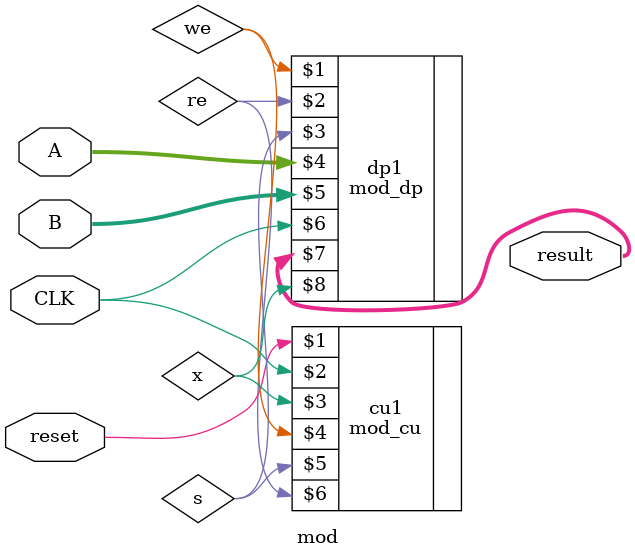
<source format=v>
module mod(
input [31:0] A, input[31:0] B,input CLK,input reset,output [31:0]result);

wire we,re,s,x;
mod_dp dp1(we,re,s,A, B,CLK,result,x);
mod_cu cu1(reset,CLK,x,we,s,re);


endmodule













</source>
